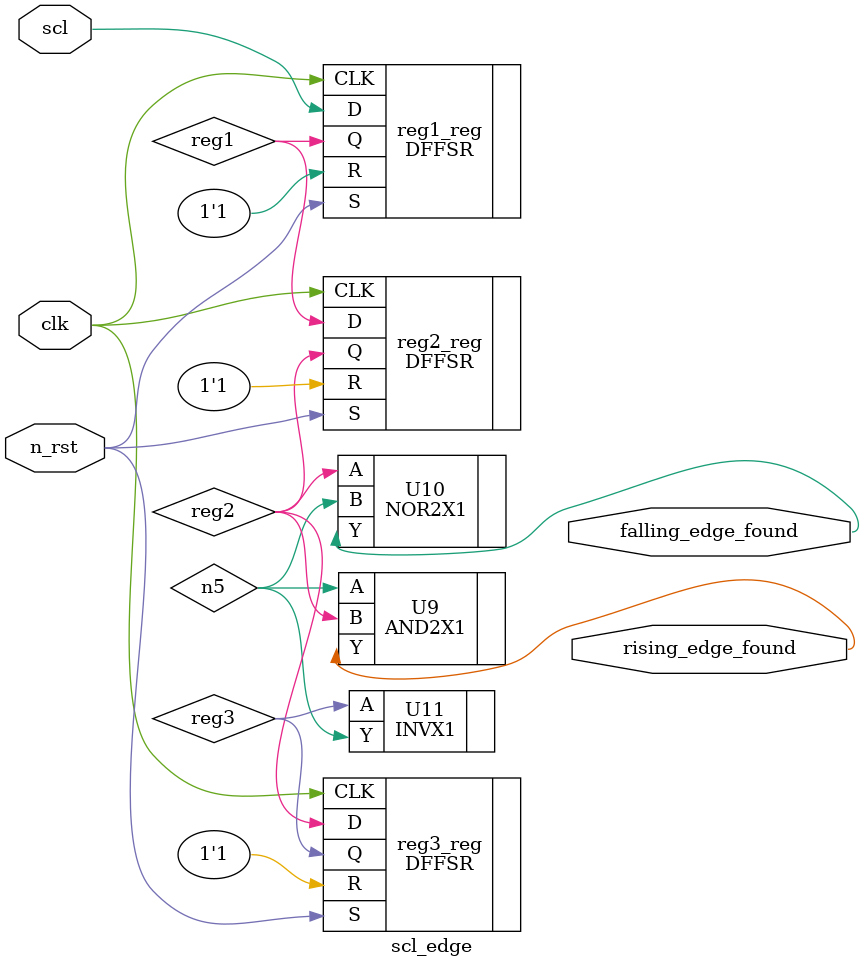
<source format=v>


module scl_edge ( clk, falling_edge_found, n_rst, scl, rising_edge_found );
  input clk, n_rst, scl;
  output falling_edge_found, rising_edge_found;
  wire   reg1, reg2, reg3, n5;

  DFFSR reg1_reg ( .D(scl), .CLK(clk), .R(1'b1), .S(n_rst), .Q(reg1) );
  DFFSR reg2_reg ( .D(reg1), .CLK(clk), .R(1'b1), .S(n_rst), .Q(reg2) );
  DFFSR reg3_reg ( .D(reg2), .CLK(clk), .R(1'b1), .S(n_rst), .Q(reg3) );
  AND2X1 U9 ( .A(n5), .B(reg2), .Y(rising_edge_found) );
  NOR2X1 U10 ( .A(reg2), .B(n5), .Y(falling_edge_found) );
  INVX1 U11 ( .A(reg3), .Y(n5) );
endmodule


</source>
